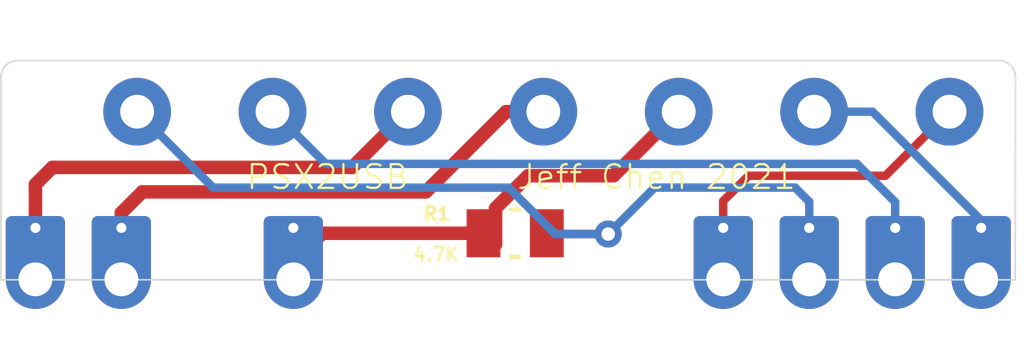
<source format=kicad_pcb>
(kicad_pcb (version 20171130) (host pcbnew "(5.1.8-0-10_14)")

  (general
    (thickness 1.6)
    (drawings 8)
    (tracks 42)
    (zones 0)
    (modules 4)
    (nets 8)
  )

  (page A4)
  (layers
    (0 F.Cu signal)
    (31 B.Cu signal)
    (32 B.Adhes user)
    (33 F.Adhes user)
    (34 B.Paste user)
    (35 F.Paste user)
    (36 B.SilkS user)
    (37 F.SilkS user)
    (38 B.Mask user)
    (39 F.Mask user)
    (40 Dwgs.User user)
    (41 Cmts.User user)
    (42 Eco1.User user hide)
    (43 Eco2.User user)
    (44 Edge.Cuts user)
    (45 Margin user)
    (46 B.CrtYd user)
    (47 F.CrtYd user)
    (48 B.Fab user)
    (49 F.Fab user)
  )

  (setup
    (last_trace_width 0.25)
    (trace_clearance 0.2)
    (zone_clearance 0.508)
    (zone_45_only no)
    (trace_min 0.2)
    (via_size 0.8)
    (via_drill 0.4)
    (via_min_size 0.4)
    (via_min_drill 0.3)
    (uvia_size 0.3)
    (uvia_drill 0.1)
    (uvias_allowed no)
    (uvia_min_size 0.2)
    (uvia_min_drill 0.1)
    (edge_width 0.05)
    (segment_width 0.2)
    (pcb_text_width 0.3)
    (pcb_text_size 1.5 1.5)
    (mod_edge_width 0.12)
    (mod_text_size 1 1)
    (mod_text_width 0.15)
    (pad_size 2 2)
    (pad_drill 1)
    (pad_to_mask_clearance 0)
    (aux_axis_origin 0 0)
    (visible_elements FFFFFF7F)
    (pcbplotparams
      (layerselection 0x010fc_ffffffff)
      (usegerberextensions false)
      (usegerberattributes true)
      (usegerberadvancedattributes true)
      (creategerberjobfile true)
      (excludeedgelayer true)
      (linewidth 0.100000)
      (plotframeref false)
      (viasonmask false)
      (mode 1)
      (useauxorigin false)
      (hpglpennumber 1)
      (hpglpenspeed 20)
      (hpglpendiameter 15.000000)
      (psnegative false)
      (psa4output false)
      (plotreference true)
      (plotvalue true)
      (plotinvisibletext false)
      (padsonsilk false)
      (subtractmaskfromsilk false)
      (outputformat 1)
      (mirror false)
      (drillshape 0)
      (scaleselection 1)
      (outputdirectory "Gerber/"))
  )

  (net 0 "")
  (net 1 "Net-(P1-Pad1)")
  (net 2 "Net-(P1-Pad2)")
  (net 3 "Net-(P1-Pad4)")
  (net 4 "Net-(P1-Pad5)")
  (net 5 "Net-(P1-Pad6)")
  (net 6 "Net-(P1-Pad7)")
  (net 7 "Net-(P1-Pad3)")

  (net_class Default "This is the default net class."
    (clearance 0.2)
    (trace_width 0.25)
    (via_dia 0.8)
    (via_drill 0.4)
    (uvia_dia 0.3)
    (uvia_drill 0.1)
  )

  (net_class Power ""
    (clearance 0.2)
    (trace_width 0.4)
    (via_dia 0.8)
    (via_drill 0.4)
    (uvia_dia 0.3)
    (uvia_drill 0.1)
    (add_net "Net-(P1-Pad3)")
    (add_net "Net-(P1-Pad4)")
    (add_net "Net-(P1-Pad5)")
  )

  (net_class Signal ""
    (clearance 0.2)
    (trace_width 0.25)
    (via_dia 0.8)
    (via_drill 0.4)
    (uvia_dia 0.3)
    (uvia_drill 0.1)
    (add_net "Net-(P1-Pad1)")
    (add_net "Net-(P1-Pad2)")
    (add_net "Net-(P1-Pad6)")
    (add_net "Net-(P1-Pad7)")
  )

  (module "PSX2USB:PSX Controller" (layer F.Cu) (tedit 60D639AE) (tstamp 60D53434)
    (at 136.79424 101.04628)
    (path /60D59FD9)
    (fp_text reference P1 (at 2.07518 0.41148) (layer F.SilkS) hide
      (effects (font (size 1 1) (thickness 0.15)))
    )
    (fp_text value PSXConnector (at 12.02182 -2.4511) (layer F.Fab)
      (effects (font (size 1 1) (thickness 0.15)))
    )
    (pad 7 thru_hole circle (at 24 0) (size 2 2) (drill 1) (layers *.Cu *.Mask)
      (net 6 "Net-(P1-Pad7)"))
    (pad 6 thru_hole circle (at 20 0) (size 2 2) (drill 1) (layers *.Cu *.Mask)
      (net 5 "Net-(P1-Pad6)"))
    (pad 5 thru_hole circle (at 16 0) (size 2 2) (drill 1) (layers *.Cu *.Mask)
      (net 4 "Net-(P1-Pad5)"))
    (pad 4 thru_hole circle (at 12 0) (size 2 2) (drill 1) (layers *.Cu *.Mask)
      (net 3 "Net-(P1-Pad4)"))
    (pad 3 thru_hole circle (at 8 0) (size 2 2) (drill 1) (layers *.Cu *.Mask)
      (net 7 "Net-(P1-Pad3)"))
    (pad 2 thru_hole circle (at 4 0) (size 2 2) (drill 1) (layers *.Cu *.Mask)
      (net 2 "Net-(P1-Pad2)"))
    (pad 1 thru_hole circle (at 0 0) (size 2 2) (drill 1) (layers *.Cu *.Mask)
      (net 1 "Net-(P1-Pad1)"))
  )

  (module "PSX2USB:Arduino Edge" (layer F.Cu) (tedit 60DA03E8) (tstamp 60D5343E)
    (at 136.32942 105.99928)
    (path /60D63864)
    (fp_text reference P2 (at 2.42062 0.0635) (layer F.SilkS) hide
      (effects (font (size 1 1) (thickness 0.15)))
    )
    (fp_text value ArduinoEdge (at 12.57808 1.24714) (layer F.Fab)
      (effects (font (size 1 1) (thickness 0.15)))
    )
    (pad 103 thru_hole roundrect (at -2.54 -1.52) (size 1.75 2) (drill 0.3 (offset 0 0.65)) (layers *.Cu *.Mask) (roundrect_rratio 0.1)
      (net 7 "Net-(P1-Pad3)"))
    (pad 103 thru_hole circle (at -2.54 0) (size 1.75 1.75) (drill 1) (layers *.Cu *.Mask)
      (net 7 "Net-(P1-Pad3)"))
    (pad 102 thru_hole circle (at 0 0) (size 1.75 1.75) (drill 1) (layers *.Cu *.Mask)
      (net 3 "Net-(P1-Pad4)"))
    (pad 101 thru_hole circle (at 5.08 0) (size 1.75 1.75) (drill 1) (layers *.Cu *.Mask)
      (net 4 "Net-(P1-Pad5)"))
    (pad 15 thru_hole circle (at 17.78 0) (size 1.75 1.75) (drill 1) (layers *.Cu *.Mask)
      (net 6 "Net-(P1-Pad7)"))
    (pad 14 thru_hole circle (at 20.32 0) (size 1.75 1.75) (drill 1) (layers *.Cu *.Mask)
      (net 1 "Net-(P1-Pad1)"))
    (pad 16 thru_hole circle (at 22.86 0) (size 1.75 1.75) (drill 1) (layers *.Cu *.Mask)
      (net 2 "Net-(P1-Pad2)"))
    (pad 10 thru_hole circle (at 25.4 0) (size 1.75 1.75) (drill 1) (layers *.Cu *.Mask)
      (net 5 "Net-(P1-Pad6)"))
    (pad 102 thru_hole roundrect (at 0 -1.52) (size 1.75 2) (drill 0.3 (offset 0 0.65)) (layers *.Cu *.Mask) (roundrect_rratio 0.1)
      (net 3 "Net-(P1-Pad4)"))
    (pad 101 thru_hole roundrect (at 5.08 -1.52) (size 1.75 2) (drill 0.3 (offset 0 0.65)) (layers *.Cu *.Mask) (roundrect_rratio 0.1)
      (net 4 "Net-(P1-Pad5)"))
    (pad 15 thru_hole roundrect (at 17.78 -1.52) (size 1.75 2) (drill 0.3 (offset 0 0.65)) (layers *.Cu *.Mask) (roundrect_rratio 0.1)
      (net 6 "Net-(P1-Pad7)"))
    (pad 14 thru_hole roundrect (at 20.32 -1.52) (size 1.75 2) (drill 0.3 (offset 0 0.65)) (layers *.Cu *.Mask) (roundrect_rratio 0.1)
      (net 1 "Net-(P1-Pad1)"))
    (pad 16 thru_hole roundrect (at 22.86 -1.52) (size 1.75 2) (drill 0.3 (offset 0 0.65)) (layers *.Cu *.Mask) (roundrect_rratio 0.1)
      (net 2 "Net-(P1-Pad2)"))
    (pad 10 thru_hole roundrect (at 25.4 -1.52) (size 1.75 2) (drill 0.3 (offset 0 0.65)) (layers *.Cu *.Mask) (roundrect_rratio 0.1)
      (net 5 "Net-(P1-Pad6)"))
  )

  (module PSX2USB:PCB_outline locked (layer B.Cu) (tedit 60D52917) (tstamp 60D52BF1)
    (at 162.74796 99.5299 180)
    (fp_text reference G*** (at -7.59 4.28) (layer B.SilkS) hide
      (effects (font (size 1.524 1.524) (thickness 0.3)) (justify mirror))
    )
    (fp_text value LOGO (at 0.76 7.08) (layer B.SilkS) hide
      (effects (font (size 1.524 1.524) (thickness 0.3)) (justify mirror))
    )
    (fp_poly (pts (xy 27.434118 -6.476431) (xy 0.01 -6.476431) (xy 0.01 -5.507415) (xy 0.545182 -5.507415)
      (xy 0.566007 -5.620618) (xy 0.61164 -5.722935) (xy 0.678605 -5.810896) (xy 0.763422 -5.88103)
      (xy 0.862614 -5.929868) (xy 0.972704 -5.953938) (xy 1.090214 -5.949771) (xy 1.211665 -5.913896)
      (xy 1.234448 -5.903429) (xy 1.341534 -5.83382) (xy 1.421859 -5.745721) (xy 1.475546 -5.644322)
      (xy 1.502715 -5.534814) (xy 1.503235 -5.459256) (xy 3.083596 -5.459256) (xy 3.093657 -5.567671)
      (xy 3.135447 -5.686686) (xy 3.202837 -5.787819) (xy 3.290555 -5.868161) (xy 3.393331 -5.924807)
      (xy 3.505895 -5.954847) (xy 3.622976 -5.955375) (xy 3.738938 -5.92364) (xy 3.853319 -5.857707)
      (xy 3.941214 -5.772657) (xy 4.002624 -5.673495) (xy 4.037548 -5.565229) (xy 4.045986 -5.452865)
      (xy 4.042166 -5.429273) (xy 5.625858 -5.429273) (xy 5.631218 -5.554793) (xy 5.635894 -5.579308)
      (xy 5.678165 -5.697183) (xy 5.747287 -5.796743) (xy 5.837799 -5.874919) (xy 5.94424 -5.928645)
      (xy 6.061148 -5.954851) (xy 6.183062 -5.950471) (xy 6.260846 -5.930322) (xy 6.37395 -5.873467)
      (xy 6.463899 -5.794273) (xy 6.529755 -5.69816) (xy 6.570583 -5.590545) (xy 6.585444 -5.476848)
      (xy 6.584131 -5.464372) (xy 8.171277 -5.464372) (xy 8.171786 -5.542141) (xy 8.177895 -5.597596)
      (xy 8.192356 -5.644132) (xy 8.217917 -5.695146) (xy 8.219079 -5.697235) (xy 8.296667 -5.80338)
      (xy 8.393847 -5.883518) (xy 8.505235 -5.935495) (xy 8.625447 -5.957156) (xy 8.749099 -5.946349)
      (xy 8.802921 -5.930854) (xy 8.903875 -5.878958) (xy 8.996428 -5.801297) (xy 9.068785 -5.707772)
      (xy 9.068894 -5.707588) (xy 9.093567 -5.661569) (xy 9.10821 -5.618328) (xy 9.115312 -5.565834)
      (xy 9.117363 -5.492056) (xy 9.117386 -5.473328) (xy 20.871579 -5.473328) (xy 20.87415 -5.556616)
      (xy 20.884581 -5.618628) (xy 20.905576 -5.673541) (xy 20.912269 -5.686822) (xy 20.985607 -5.7919)
      (xy 21.080326 -5.873173) (xy 21.190375 -5.928151) (xy 21.309703 -5.954346) (xy 21.432261 -5.949271)
      (xy 21.504429 -5.930322) (xy 21.615742 -5.873803) (xy 21.707478 -5.792873) (xy 21.776221 -5.693492)
      (xy 21.818556 -5.581621) (xy 21.831065 -5.463222) (xy 21.830401 -5.458108) (xy 25.957046 -5.458108)
      (xy 25.957075 -5.473328) (xy 25.958878 -5.553445) (xy 25.965233 -5.609888) (xy 25.978667 -5.65475)
      (xy 26.001708 -5.700125) (xy 26.005994 -5.707461) (xy 26.073568 -5.79598) (xy 26.160391 -5.872177)
      (xy 26.253968 -5.925347) (xy 26.265529 -5.929845) (xy 26.361315 -5.951085) (xy 26.468457 -5.953142)
      (xy 26.568889 -5.936178) (xy 26.596344 -5.926883) (xy 26.699006 -5.870286) (xy 26.79173 -5.789228)
      (xy 26.857453 -5.702012) (xy 26.881272 -5.654784) (xy 26.894954 -5.606781) (xy 26.901083 -5.545329)
      (xy 26.902281 -5.482284) (xy 26.896951 -5.373889) (xy 26.877447 -5.288823) (xy 26.839282 -5.215926)
      (xy 26.777969 -5.144035) (xy 26.758695 -5.125101) (xy 26.656111 -5.049454) (xy 26.543126 -5.005067)
      (xy 26.425241 -4.991099) (xy 26.30796 -5.006708) (xy 26.196786 -5.051054) (xy 26.097222 -5.123296)
      (xy 26.014772 -5.222591) (xy 26.003811 -5.240465) (xy 25.979768 -5.286102) (xy 25.965563 -5.329604)
      (xy 25.95879 -5.382947) (xy 25.957046 -5.458108) (xy 21.830401 -5.458108) (xy 21.820163 -5.379287)
      (xy 21.77532 -5.256062) (xy 21.706527 -5.154231) (xy 21.61874 -5.075406) (xy 21.516918 -5.021198)
      (xy 21.406018 -4.993218) (xy 21.290999 -4.993077) (xy 21.176818 -5.022386) (xy 21.068433 -5.082755)
      (xy 21.023087 -5.120285) (xy 20.946567 -5.204406) (xy 20.898928 -5.292498) (xy 20.8757 -5.394975)
      (xy 20.871579 -5.473328) (xy 9.117386 -5.473328) (xy 9.115824 -5.393409) (xy 9.1097 -5.337189)
      (xy 9.096512 -5.2926) (xy 9.073761 -5.247576) (xy 9.068871 -5.239195) (xy 8.989718 -5.136408)
      (xy 8.893399 -5.061074) (xy 8.78528 -5.013193) (xy 8.670726 -4.992764) (xy 8.555105 -4.999787)
      (xy 8.443782 -5.034263) (xy 8.342124 -5.096192) (xy 8.255497 -5.185573) (xy 8.220275 -5.239195)
      (xy 8.194927 -5.289908) (xy 8.180181 -5.340482) (xy 8.173155 -5.404158) (xy 8.171277 -5.464372)
      (xy 6.584131 -5.464372) (xy 6.573403 -5.362487) (xy 6.533524 -5.25288) (xy 6.464868 -5.153447)
      (xy 6.404869 -5.097234) (xy 6.296199 -5.03099) (xy 6.18306 -4.996798) (xy 6.069735 -4.991972)
      (xy 5.96051 -5.013826) (xy 5.85967 -5.059674) (xy 5.7715 -5.126828) (xy 5.700284 -5.212604)
      (xy 5.650309 -5.314314) (xy 5.625858 -5.429273) (xy 4.042166 -5.429273) (xy 4.027938 -5.341409)
      (xy 3.983405 -5.235868) (xy 3.912386 -5.141248) (xy 3.814881 -5.062555) (xy 3.738938 -5.023016)
      (xy 3.623741 -4.991297) (xy 3.509357 -4.991559) (xy 3.400135 -5.020133) (xy 3.300422 -5.07335)
      (xy 3.214564 -5.147539) (xy 3.146908 -5.239033) (xy 3.101803 -5.344162) (xy 3.083596 -5.459256)
      (xy 1.503235 -5.459256) (xy 1.503489 -5.422388) (xy 1.477987 -5.312235) (xy 1.426331 -5.209547)
      (xy 1.348643 -5.119514) (xy 1.245043 -5.047328) (xy 1.214108 -5.032227) (xy 1.096339 -4.994888)
      (xy 0.980713 -4.991099) (xy 0.863842 -5.021285) (xy 0.742337 -5.085869) (xy 0.732586 -5.092351)
      (xy 0.67139 -5.139858) (xy 0.628363 -5.192181) (xy 0.591869 -5.262233) (xy 0.552643 -5.386797)
      (xy 0.545182 -5.507415) (xy 0.01 -5.507415) (xy 0.01 -1.532566) (xy 1.471791 -1.532566)
      (xy 1.473197 -1.609477) (xy 1.478487 -1.662261) (xy 1.490534 -1.702602) (xy 1.512209 -1.742184)
      (xy 1.529843 -1.768694) (xy 1.605115 -1.864031) (xy 1.684159 -1.930517) (xy 1.776472 -1.974668)
      (xy 1.863949 -1.997821) (xy 1.929198 -2.009671) (xy 1.975903 -2.012387) (xy 2.020371 -2.005122)
      (xy 2.078909 -1.98703) (xy 2.080187 -1.986602) (xy 2.201478 -1.927275) (xy 2.306446 -1.83692)
      (xy 2.360366 -1.768831) (xy 2.388455 -1.72515) (xy 2.405463 -1.686905) (xy 2.414232 -1.642518)
      (xy 2.417604 -1.580412) (xy 2.417635 -1.577935) (xy 5.468175 -1.577935) (xy 5.495599 -1.692843)
      (xy 5.550525 -1.798985) (xy 5.632917 -1.890063) (xy 5.638845 -1.895003) (xy 5.745571 -1.961038)
      (xy 5.864534 -1.997837) (xy 5.987662 -2.004148) (xy 6.106882 -1.978719) (xy 6.127136 -1.970745)
      (xy 6.238566 -1.906008) (xy 6.324925 -1.820304) (xy 6.385398 -1.719031) (xy 6.419173 -1.607584)
      (xy 6.424641 -1.506081) (xy 9.46722 -1.506081) (xy 9.480214 -1.626223) (xy 9.520154 -1.740975)
      (xy 9.585644 -1.842631) (xy 9.639225 -1.896341) (xy 9.746585 -1.964534) (xy 9.865575 -1.999373)
      (xy 9.993925 -2.000524) (xy 10.127522 -1.968316) (xy 10.211983 -1.923081) (xy 10.294583 -1.852359)
      (xy 10.365005 -1.765476) (xy 10.381692 -1.738561) (xy 10.404067 -1.692324) (xy 10.416949 -1.642224)
      (xy 10.422693 -1.576121) (xy 10.423666 -1.52361) (xy 13.471817 -1.52361) (xy 13.473727 -1.601455)
      (xy 13.480902 -1.656728) (xy 13.4963 -1.702612) (xy 13.522879 -1.752286) (xy 13.523294 -1.752985)
      (xy 13.606694 -1.861915) (xy 13.708083 -1.941067) (xy 13.823796 -1.98901) (xy 13.950167 -2.004312)
      (xy 14.083535 -1.985541) (xy 14.10376 -1.979746) (xy 14.182832 -1.94218) (xy 14.264009 -1.881435)
      (xy 14.33575 -1.807454) (xy 14.381081 -1.740857) (xy 14.4019 -1.694465) (xy 14.41389 -1.644361)
      (xy 14.419032 -1.578872) (xy 14.419515 -1.522948) (xy 17.468768 -1.522948) (xy 17.471009 -1.598045)
      (xy 17.48037 -1.653348) (xy 17.500808 -1.704748) (xy 17.525076 -1.749075) (xy 17.605383 -1.856323)
      (xy 17.703304 -1.936316) (xy 17.813937 -1.987335) (xy 17.932381 -2.007664) (xy 18.053732 -1.995583)
      (xy 18.141718 -1.965137) (xy 18.250327 -1.897655) (xy 18.333988 -1.809795) (xy 18.391922 -1.707062)
      (xy 18.42335 -1.59496) (xy 18.427277 -1.485028) (xy 21.472752 -1.485028) (xy 21.474802 -1.595054)
      (xy 21.494478 -1.686905) (xy 21.548428 -1.794144) (xy 21.627528 -1.882716) (xy 21.72544 -1.949713)
      (xy 21.835823 -1.992221) (xy 21.952339 -2.00733) (xy 22.068649 -1.992129) (xy 22.120148 -1.974237)
      (xy 22.231792 -1.909537) (xy 22.326702 -1.820498) (xy 22.375495 -1.752003) (xy 22.413516 -1.656052)
      (xy 22.428907 -1.544584) (xy 22.426372 -1.505916) (xy 25.471247 -1.505916) (xy 25.47985 -1.617725)
      (xy 25.508261 -1.719574) (xy 25.517475 -1.739976) (xy 25.586923 -1.842644) (xy 25.679579 -1.922193)
      (xy 25.789353 -1.976124) (xy 25.910158 -2.00194) (xy 26.035906 -1.997142) (xy 26.104247 -1.980776)
      (xy 26.189926 -1.939421) (xy 26.275787 -1.873098) (xy 26.350842 -1.79088) (xy 26.373618 -1.758333)
      (xy 26.397517 -1.716687) (xy 26.411808 -1.675989) (xy 26.418912 -1.624792) (xy 26.421251 -1.55165)
      (xy 26.421363 -1.532566) (xy 26.419716 -1.448569) (xy 26.412678 -1.388255) (xy 26.398134 -1.339633)
      (xy 26.380929 -1.303444) (xy 26.311366 -1.205663) (xy 26.219556 -1.124761) (xy 26.11384 -1.066027)
      (xy 26.002556 -1.034745) (xy 25.951182 -1.03103) (xy 25.850641 -1.046598) (xy 25.746255 -1.089179)
      (xy 25.647795 -1.152645) (xy 25.565031 -1.230871) (xy 25.513896 -1.305205) (xy 25.482559 -1.397343)
      (xy 25.471247 -1.505916) (xy 22.426372 -1.505916) (xy 22.421399 -1.430069) (xy 22.390727 -1.324976)
      (xy 22.384896 -1.312392) (xy 22.323285 -1.221156) (xy 22.237337 -1.141503) (xy 22.136334 -1.079417)
      (xy 22.029556 -1.040884) (xy 21.948591 -1.03103) (xy 21.841264 -1.047344) (xy 21.733445 -1.09264)
      (xy 21.634214 -1.161373) (xy 21.552651 -1.248003) (xy 21.525263 -1.289394) (xy 21.489934 -1.378469)
      (xy 21.472752 -1.485028) (xy 18.427277 -1.485028) (xy 18.427493 -1.478993) (xy 18.403572 -1.364667)
      (xy 18.35081 -1.257485) (xy 18.268425 -1.162952) (xy 18.256663 -1.152845) (xy 18.173587 -1.097882)
      (xy 18.077421 -1.056132) (xy 17.983052 -1.033449) (xy 17.946902 -1.031015) (xy 17.866103 -1.043102)
      (xy 17.774578 -1.075433) (xy 17.686097 -1.122113) (xy 17.622 -1.170094) (xy 17.542219 -1.258566)
      (xy 17.49322 -1.353626) (xy 17.471048 -1.464383) (xy 17.468768 -1.522948) (xy 14.419515 -1.522948)
      (xy 14.419594 -1.513921) (xy 14.417999 -1.436645) (xy 14.412615 -1.383722) (xy 14.400667 -1.343694)
      (xy 14.379378 -1.305104) (xy 14.36318 -1.281058) (xy 14.291922 -1.190148) (xy 14.219696 -1.125516)
      (xy 14.136552 -1.07876) (xy 14.110994 -1.068132) (xy 14.006301 -1.037758) (xy 13.909211 -1.03531)
      (xy 13.805702 -1.060741) (xy 13.788549 -1.067035) (xy 13.670182 -1.130801) (xy 13.57153 -1.223923)
      (xy 13.51878 -1.299703) (xy 13.493847 -1.34747) (xy 13.479512 -1.393389) (xy 13.473077 -1.450322)
      (xy 13.471817 -1.52361) (xy 10.423666 -1.52361) (xy 10.4237 -1.521805) (xy 10.422816 -1.446407)
      (xy 10.417234 -1.393999) (xy 10.403799 -1.351782) (xy 10.379355 -1.306955) (xy 10.365205 -1.284517)
      (xy 10.283487 -1.183916) (xy 10.184456 -1.105331) (xy 10.075184 -1.053051) (xy 9.962748 -1.031365)
      (xy 9.947052 -1.031015) (xy 9.845356 -1.046661) (xy 9.740399 -1.089632) (xy 9.642191 -1.153973)
      (xy 9.560741 -1.233733) (xy 9.527655 -1.280445) (xy 9.482569 -1.388253) (xy 9.46722 -1.506081)
      (xy 6.424641 -1.506081) (xy 6.425435 -1.491361) (xy 6.40337 -1.375758) (xy 6.352164 -1.266172)
      (xy 6.271003 -1.168) (xy 6.250921 -1.150055) (xy 6.170539 -1.096697) (xy 6.075365 -1.055782)
      (xy 5.981082 -1.033413) (xy 5.945012 -1.031015) (xy 5.867256 -1.042625) (xy 5.777303 -1.073833)
      (xy 5.68859 -1.11921) (xy 5.634295 -1.156598) (xy 5.551316 -1.243593) (xy 5.495995 -1.347013)
      (xy 5.468295 -1.46056) (xy 5.468175 -1.577935) (xy 2.417635 -1.577935) (xy 2.418197 -1.533299)
      (xy 2.417387 -1.453921) (xy 2.412032 -1.398295) (xy 2.39969 -1.354412) (xy 2.377921 -1.310263)
      (xy 2.370105 -1.296729) (xy 2.290838 -1.192717) (xy 2.190951 -1.110298) (xy 2.093903 -1.061898)
      (xy 2.013643 -1.040725) (xy 1.932261 -1.03182) (xy 1.862066 -1.035811) (xy 1.823402 -1.04806)
      (xy 1.786427 -1.066591) (xy 1.736396 -1.089763) (xy 1.728784 -1.093146) (xy 1.630513 -1.155025)
      (xy 1.548037 -1.244098) (xy 1.512435 -1.301668) (xy 1.490654 -1.350222) (xy 1.478077 -1.400881)
      (xy 1.472566 -1.465789) (xy 1.471791 -1.532566) (xy 0.01 -1.532566) (xy 0.01 -0.01)
      (xy 27.434118 -0.01) (xy 27.434118 -6.476431)) (layer Eco1.User) (width 0.01))
  )

  (module PSX2USB:Resistor (layer F.Cu) (tedit 60D524FA) (tstamp 60D5344E)
    (at 147.96262 104.63784 180)
    (path /60D68C76)
    (fp_text reference R1 (at 2.31394 0.57404) (layer F.SilkS)
      (effects (font (size 0.393701 0.393701) (thickness 0.098425)))
    )
    (fp_text value 4.7K (at 1.31 1.3) (layer F.Fab) hide
      (effects (font (size 0.393701 0.393701) (thickness 0.098425)))
    )
    (fp_line (start 1.07 0.7) (end -1.07 0.7) (layer F.Fab) (width 0.127))
    (fp_line (start 1.07 -0.7) (end -1.07 -0.7) (layer F.Fab) (width 0.127))
    (fp_line (start 1.07 0.7) (end 1.07 -0.7) (layer F.Fab) (width 0.127))
    (fp_line (start -1.07 0.7) (end -1.07 -0.7) (layer F.Fab) (width 0.127))
    (fp_line (start -0.12 -0.7) (end 0.12 -0.7) (layer F.SilkS) (width 0.127))
    (fp_line (start -0.12 0.7) (end 0.12 0.7) (layer F.SilkS) (width 0.127))
    (fp_line (start -1.685 0.962) (end 1.685 0.962) (layer F.CrtYd) (width 0.05))
    (fp_line (start -1.685 -0.962) (end 1.685 -0.962) (layer F.CrtYd) (width 0.05))
    (fp_line (start -1.685 0.962) (end -1.685 -0.962) (layer F.CrtYd) (width 0.05))
    (fp_line (start 1.685 0.962) (end 1.685 -0.962) (layer F.CrtYd) (width 0.05))
    (pad 2 smd rect (at 0.935 0 180) (size 1 1.42) (layers F.Cu F.Paste F.Mask)
      (net 4 "Net-(P1-Pad5)"))
    (pad 1 smd rect (at -0.935 0 180) (size 1 1.42) (layers F.Cu F.Paste F.Mask)
      (net 1 "Net-(P1-Pad1)"))
  )

  (gr_arc (start 133.27126 100.037925) (end 133.27126 99.53498) (angle -90) (layer Edge.Cuts) (width 0.05))
  (gr_arc (start 162.247581 100.030281) (end 162.74288 100.03282) (angle -90.29382193) (layer Edge.Cuts) (width 0.05))
  (gr_text 4.7K (at 145.62328 105.26522) (layer F.SilkS)
    (effects (font (size 0.4 0.4) (thickness 0.075)))
  )
  (gr_text "PSX2USB      Jeff Chen 2021" (at 148.13788 102.97668) (layer F.SilkS)
    (effects (font (size 0.7 0.7) (thickness 0.07)))
  )
  (gr_line (start 162.24758 99.534975) (end 133.27126 99.53498) (layer Edge.Cuts) (width 0.05) (tstamp 60D5365A))
  (gr_line (start 162.73526 106.01198) (end 162.74288 100.03282) (layer Edge.Cuts) (width 0.05))
  (gr_line (start 132.76834 106.01198) (end 162.73526 106.01198) (layer Edge.Cuts) (width 0.05))
  (gr_line (start 132.768315 100.037925) (end 132.76834 106.01198) (layer Edge.Cuts) (width 0.05))

  (via (at 150.7109 104.6607) (size 0.8) (drill 0.4) (layers F.Cu B.Cu) (net 1))
  (segment (start 150.7109 104.6607) (end 148.9075 104.6607) (width 0.25) (layer F.Cu) (net 1))
  (segment (start 149.14118 104.6607) (end 150.7109 104.6607) (width 0.25) (layer B.Cu) (net 1))
  (segment (start 147.77212 103.29164) (end 149.14118 104.6607) (width 0.25) (layer B.Cu) (net 1))
  (segment (start 139.0396 103.29164) (end 147.77212 103.29164) (width 0.25) (layer B.Cu) (net 1))
  (segment (start 136.79424 101.04628) (end 139.0396 103.29164) (width 0.25) (layer B.Cu) (net 1))
  (segment (start 156.65196 103.7082) (end 156.65196 104.95788) (width 0.25) (layer B.Cu) (net 1))
  (segment (start 156.65196 104.95788) (end 156.6418 104.96804) (width 0.25) (layer B.Cu) (net 1))
  (segment (start 156.23286 103.2891) (end 156.65196 103.7082) (width 0.25) (layer B.Cu) (net 1))
  (segment (start 152.0825 103.2891) (end 156.23286 103.2891) (width 0.25) (layer B.Cu) (net 1))
  (segment (start 150.7109 104.6607) (end 152.0825 103.2891) (width 0.25) (layer B.Cu) (net 1))
  (segment (start 159.18942 103.71836) (end 158.05912 102.58806) (width 0.25) (layer B.Cu) (net 2))
  (segment (start 159.18942 104.99344) (end 159.18942 103.71836) (width 0.25) (layer B.Cu) (net 2))
  (segment (start 142.36954 102.58806) (end 140.81252 101.03104) (width 0.25) (layer B.Cu) (net 2))
  (segment (start 158.05912 102.58806) (end 142.36954 102.58806) (width 0.25) (layer B.Cu) (net 2))
  (segment (start 159.18434 104.99852) (end 159.18942 104.99344) (width 0.25) (layer B.Cu) (net 2))
  (segment (start 136.32688 104.98074) (end 136.33958 104.99344) (width 0.4) (layer F.Cu) (net 3))
  (segment (start 148.79424 101.04628) (end 147.69338 101.04628) (width 0.4) (layer F.Cu) (net 3))
  (segment (start 136.32688 104.03586) (end 136.32688 104.98074) (width 0.4) (layer F.Cu) (net 3))
  (segment (start 136.94664 103.4161) (end 136.32688 104.03586) (width 0.4) (layer F.Cu) (net 3))
  (segment (start 145.32356 103.4161) (end 136.94664 103.4161) (width 0.4) (layer F.Cu) (net 3))
  (segment (start 147.69338 101.04628) (end 145.32356 103.4161) (width 0.4) (layer F.Cu) (net 3))
  (segment (start 147.05838 104.61752) (end 147.3835 104.94264) (width 0.4) (layer F.Cu) (net 4))
  (segment (start 147.02762 104.63784) (end 142.2654 104.63784) (width 0.4) (layer F.Cu) (net 4))
  (segment (start 142.2654 104.63784) (end 141.95806 104.94518) (width 0.4) (layer F.Cu) (net 4))
  (segment (start 148.34362 102.93858) (end 147.3835 103.8987) (width 0.4) (layer F.Cu) (net 4))
  (segment (start 150.87092 102.93858) (end 148.34362 102.93858) (width 0.4) (layer F.Cu) (net 4))
  (segment (start 147.3835 103.8987) (end 147.3835 104.96804) (width 0.4) (layer F.Cu) (net 4))
  (segment (start 152.76322 101.04628) (end 150.87092 102.93858) (width 0.4) (layer F.Cu) (net 4))
  (segment (start 152.79424 101.04628) (end 152.76322 101.04628) (width 0.4) (layer F.Cu) (net 4))
  (segment (start 161.72942 104.99344) (end 161.75482 105.01884) (width 0.25) (layer B.Cu) (net 5))
  (segment (start 158.51886 101.04628) (end 161.72942 104.25684) (width 0.25) (layer B.Cu) (net 5))
  (segment (start 161.72942 104.25684) (end 161.72942 104.99344) (width 0.25) (layer B.Cu) (net 5))
  (segment (start 156.79424 101.04628) (end 158.51886 101.04628) (width 0.25) (layer B.Cu) (net 5))
  (segment (start 154.10942 103.68534) (end 154.10942 104.9909) (width 0.25) (layer F.Cu) (net 6))
  (segment (start 154.85618 102.93858) (end 154.10942 103.68534) (width 0.25) (layer F.Cu) (net 6))
  (segment (start 158.90194 102.93858) (end 154.85618 102.93858) (width 0.25) (layer F.Cu) (net 6))
  (segment (start 160.79424 101.04628) (end 158.90194 102.93858) (width 0.25) (layer F.Cu) (net 6))
  (segment (start 133.78942 103.19512) (end 133.78942 104.19588) (width 0.4) (layer F.Cu) (net 7))
  (segment (start 134.29234 102.6922) (end 133.78942 103.19512) (width 0.4) (layer F.Cu) (net 7))
  (segment (start 143.14832 102.6922) (end 134.29234 102.6922) (width 0.4) (layer F.Cu) (net 7))
  (segment (start 144.79424 101.04628) (end 143.14832 102.6922) (width 0.4) (layer F.Cu) (net 7))

)

</source>
